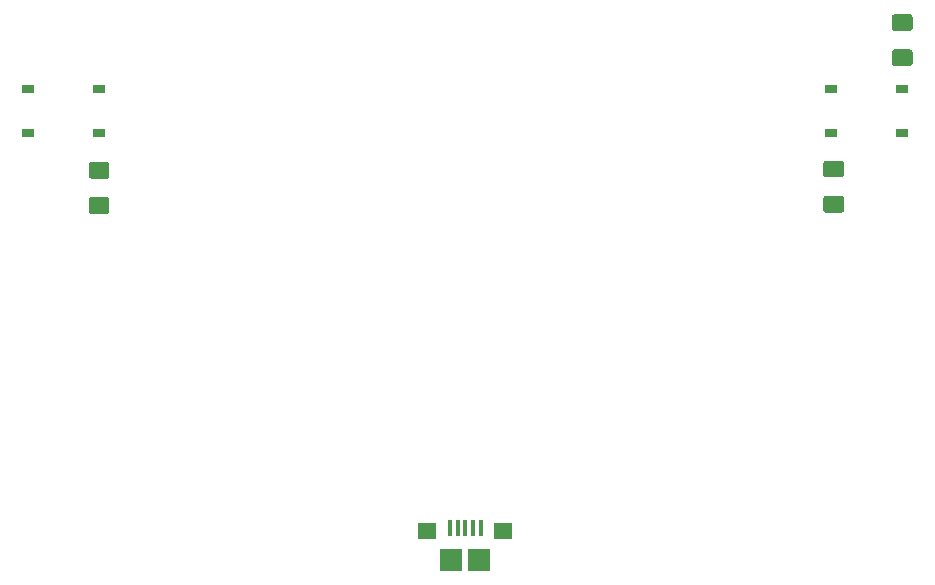
<source format=gbp>
G04 #@! TF.GenerationSoftware,KiCad,Pcbnew,(5.1.5)-3*
G04 #@! TF.CreationDate,2020-02-24T13:55:18+01:00*
G04 #@! TF.ProjectId,Badge,42616467-652e-46b6-9963-61645f706362,rev?*
G04 #@! TF.SameCoordinates,PX3473bc0PY3567e00*
G04 #@! TF.FileFunction,Paste,Bot*
G04 #@! TF.FilePolarity,Positive*
%FSLAX46Y46*%
G04 Gerber Fmt 4.6, Leading zero omitted, Abs format (unit mm)*
G04 Created by KiCad (PCBNEW (5.1.5)-3) date 2020-02-24 13:55:18*
%MOMM*%
%LPD*%
G04 APERTURE LIST*
%ADD10R,1.000000X0.700000*%
%ADD11R,1.900000X1.900000*%
%ADD12R,1.600000X1.400000*%
%ADD13R,0.400000X1.350000*%
%ADD14C,0.100000*%
G04 APERTURE END LIST*
D10*
X37000000Y1850000D03*
X31000000Y1850000D03*
X37000000Y-1850000D03*
X31000000Y-1850000D03*
X-31000000Y1850000D03*
X-37000000Y1850000D03*
X-31000000Y-1850000D03*
X-37000000Y-1850000D03*
D11*
X-1200000Y-38000000D03*
X1200000Y-38000000D03*
D12*
X-3200000Y-35550000D03*
X3200000Y-35550000D03*
D13*
X1300000Y-35325000D03*
X650000Y-35325000D03*
X-1300000Y-35325000D03*
X-650000Y-35325000D03*
X0Y-35325000D03*
D14*
G36*
X37649504Y5223796D02*
G01*
X37673773Y5220196D01*
X37697571Y5214235D01*
X37720671Y5205970D01*
X37742849Y5195480D01*
X37763893Y5182867D01*
X37783598Y5168253D01*
X37801777Y5151777D01*
X37818253Y5133598D01*
X37832867Y5113893D01*
X37845480Y5092849D01*
X37855970Y5070671D01*
X37864235Y5047571D01*
X37870196Y5023773D01*
X37873796Y4999504D01*
X37875000Y4975000D01*
X37875000Y4050000D01*
X37873796Y4025496D01*
X37870196Y4001227D01*
X37864235Y3977429D01*
X37855970Y3954329D01*
X37845480Y3932151D01*
X37832867Y3911107D01*
X37818253Y3891402D01*
X37801777Y3873223D01*
X37783598Y3856747D01*
X37763893Y3842133D01*
X37742849Y3829520D01*
X37720671Y3819030D01*
X37697571Y3810765D01*
X37673773Y3804804D01*
X37649504Y3801204D01*
X37625000Y3800000D01*
X36375000Y3800000D01*
X36350496Y3801204D01*
X36326227Y3804804D01*
X36302429Y3810765D01*
X36279329Y3819030D01*
X36257151Y3829520D01*
X36236107Y3842133D01*
X36216402Y3856747D01*
X36198223Y3873223D01*
X36181747Y3891402D01*
X36167133Y3911107D01*
X36154520Y3932151D01*
X36144030Y3954329D01*
X36135765Y3977429D01*
X36129804Y4001227D01*
X36126204Y4025496D01*
X36125000Y4050000D01*
X36125000Y4975000D01*
X36126204Y4999504D01*
X36129804Y5023773D01*
X36135765Y5047571D01*
X36144030Y5070671D01*
X36154520Y5092849D01*
X36167133Y5113893D01*
X36181747Y5133598D01*
X36198223Y5151777D01*
X36216402Y5168253D01*
X36236107Y5182867D01*
X36257151Y5195480D01*
X36279329Y5205970D01*
X36302429Y5214235D01*
X36326227Y5220196D01*
X36350496Y5223796D01*
X36375000Y5225000D01*
X37625000Y5225000D01*
X37649504Y5223796D01*
G37*
G36*
X37649504Y8198796D02*
G01*
X37673773Y8195196D01*
X37697571Y8189235D01*
X37720671Y8180970D01*
X37742849Y8170480D01*
X37763893Y8157867D01*
X37783598Y8143253D01*
X37801777Y8126777D01*
X37818253Y8108598D01*
X37832867Y8088893D01*
X37845480Y8067849D01*
X37855970Y8045671D01*
X37864235Y8022571D01*
X37870196Y7998773D01*
X37873796Y7974504D01*
X37875000Y7950000D01*
X37875000Y7025000D01*
X37873796Y7000496D01*
X37870196Y6976227D01*
X37864235Y6952429D01*
X37855970Y6929329D01*
X37845480Y6907151D01*
X37832867Y6886107D01*
X37818253Y6866402D01*
X37801777Y6848223D01*
X37783598Y6831747D01*
X37763893Y6817133D01*
X37742849Y6804520D01*
X37720671Y6794030D01*
X37697571Y6785765D01*
X37673773Y6779804D01*
X37649504Y6776204D01*
X37625000Y6775000D01*
X36375000Y6775000D01*
X36350496Y6776204D01*
X36326227Y6779804D01*
X36302429Y6785765D01*
X36279329Y6794030D01*
X36257151Y6804520D01*
X36236107Y6817133D01*
X36216402Y6831747D01*
X36198223Y6848223D01*
X36181747Y6866402D01*
X36167133Y6886107D01*
X36154520Y6907151D01*
X36144030Y6929329D01*
X36135765Y6952429D01*
X36129804Y6976227D01*
X36126204Y7000496D01*
X36125000Y7025000D01*
X36125000Y7950000D01*
X36126204Y7974504D01*
X36129804Y7998773D01*
X36135765Y8022571D01*
X36144030Y8045671D01*
X36154520Y8067849D01*
X36167133Y8088893D01*
X36181747Y8108598D01*
X36198223Y8126777D01*
X36216402Y8143253D01*
X36236107Y8157867D01*
X36257151Y8170480D01*
X36279329Y8180970D01*
X36302429Y8189235D01*
X36326227Y8195196D01*
X36350496Y8198796D01*
X36375000Y8200000D01*
X37625000Y8200000D01*
X37649504Y8198796D01*
G37*
G36*
X31849504Y-7176204D02*
G01*
X31873773Y-7179804D01*
X31897571Y-7185765D01*
X31920671Y-7194030D01*
X31942849Y-7204520D01*
X31963893Y-7217133D01*
X31983598Y-7231747D01*
X32001777Y-7248223D01*
X32018253Y-7266402D01*
X32032867Y-7286107D01*
X32045480Y-7307151D01*
X32055970Y-7329329D01*
X32064235Y-7352429D01*
X32070196Y-7376227D01*
X32073796Y-7400496D01*
X32075000Y-7425000D01*
X32075000Y-8350000D01*
X32073796Y-8374504D01*
X32070196Y-8398773D01*
X32064235Y-8422571D01*
X32055970Y-8445671D01*
X32045480Y-8467849D01*
X32032867Y-8488893D01*
X32018253Y-8508598D01*
X32001777Y-8526777D01*
X31983598Y-8543253D01*
X31963893Y-8557867D01*
X31942849Y-8570480D01*
X31920671Y-8580970D01*
X31897571Y-8589235D01*
X31873773Y-8595196D01*
X31849504Y-8598796D01*
X31825000Y-8600000D01*
X30575000Y-8600000D01*
X30550496Y-8598796D01*
X30526227Y-8595196D01*
X30502429Y-8589235D01*
X30479329Y-8580970D01*
X30457151Y-8570480D01*
X30436107Y-8557867D01*
X30416402Y-8543253D01*
X30398223Y-8526777D01*
X30381747Y-8508598D01*
X30367133Y-8488893D01*
X30354520Y-8467849D01*
X30344030Y-8445671D01*
X30335765Y-8422571D01*
X30329804Y-8398773D01*
X30326204Y-8374504D01*
X30325000Y-8350000D01*
X30325000Y-7425000D01*
X30326204Y-7400496D01*
X30329804Y-7376227D01*
X30335765Y-7352429D01*
X30344030Y-7329329D01*
X30354520Y-7307151D01*
X30367133Y-7286107D01*
X30381747Y-7266402D01*
X30398223Y-7248223D01*
X30416402Y-7231747D01*
X30436107Y-7217133D01*
X30457151Y-7204520D01*
X30479329Y-7194030D01*
X30502429Y-7185765D01*
X30526227Y-7179804D01*
X30550496Y-7176204D01*
X30575000Y-7175000D01*
X31825000Y-7175000D01*
X31849504Y-7176204D01*
G37*
G36*
X31849504Y-4201204D02*
G01*
X31873773Y-4204804D01*
X31897571Y-4210765D01*
X31920671Y-4219030D01*
X31942849Y-4229520D01*
X31963893Y-4242133D01*
X31983598Y-4256747D01*
X32001777Y-4273223D01*
X32018253Y-4291402D01*
X32032867Y-4311107D01*
X32045480Y-4332151D01*
X32055970Y-4354329D01*
X32064235Y-4377429D01*
X32070196Y-4401227D01*
X32073796Y-4425496D01*
X32075000Y-4450000D01*
X32075000Y-5375000D01*
X32073796Y-5399504D01*
X32070196Y-5423773D01*
X32064235Y-5447571D01*
X32055970Y-5470671D01*
X32045480Y-5492849D01*
X32032867Y-5513893D01*
X32018253Y-5533598D01*
X32001777Y-5551777D01*
X31983598Y-5568253D01*
X31963893Y-5582867D01*
X31942849Y-5595480D01*
X31920671Y-5605970D01*
X31897571Y-5614235D01*
X31873773Y-5620196D01*
X31849504Y-5623796D01*
X31825000Y-5625000D01*
X30575000Y-5625000D01*
X30550496Y-5623796D01*
X30526227Y-5620196D01*
X30502429Y-5614235D01*
X30479329Y-5605970D01*
X30457151Y-5595480D01*
X30436107Y-5582867D01*
X30416402Y-5568253D01*
X30398223Y-5551777D01*
X30381747Y-5533598D01*
X30367133Y-5513893D01*
X30354520Y-5492849D01*
X30344030Y-5470671D01*
X30335765Y-5447571D01*
X30329804Y-5423773D01*
X30326204Y-5399504D01*
X30325000Y-5375000D01*
X30325000Y-4450000D01*
X30326204Y-4425496D01*
X30329804Y-4401227D01*
X30335765Y-4377429D01*
X30344030Y-4354329D01*
X30354520Y-4332151D01*
X30367133Y-4311107D01*
X30381747Y-4291402D01*
X30398223Y-4273223D01*
X30416402Y-4256747D01*
X30436107Y-4242133D01*
X30457151Y-4229520D01*
X30479329Y-4219030D01*
X30502429Y-4210765D01*
X30526227Y-4204804D01*
X30550496Y-4201204D01*
X30575000Y-4200000D01*
X31825000Y-4200000D01*
X31849504Y-4201204D01*
G37*
G36*
X-30350496Y-4301204D02*
G01*
X-30326227Y-4304804D01*
X-30302429Y-4310765D01*
X-30279329Y-4319030D01*
X-30257151Y-4329520D01*
X-30236107Y-4342133D01*
X-30216402Y-4356747D01*
X-30198223Y-4373223D01*
X-30181747Y-4391402D01*
X-30167133Y-4411107D01*
X-30154520Y-4432151D01*
X-30144030Y-4454329D01*
X-30135765Y-4477429D01*
X-30129804Y-4501227D01*
X-30126204Y-4525496D01*
X-30125000Y-4550000D01*
X-30125000Y-5475000D01*
X-30126204Y-5499504D01*
X-30129804Y-5523773D01*
X-30135765Y-5547571D01*
X-30144030Y-5570671D01*
X-30154520Y-5592849D01*
X-30167133Y-5613893D01*
X-30181747Y-5633598D01*
X-30198223Y-5651777D01*
X-30216402Y-5668253D01*
X-30236107Y-5682867D01*
X-30257151Y-5695480D01*
X-30279329Y-5705970D01*
X-30302429Y-5714235D01*
X-30326227Y-5720196D01*
X-30350496Y-5723796D01*
X-30375000Y-5725000D01*
X-31625000Y-5725000D01*
X-31649504Y-5723796D01*
X-31673773Y-5720196D01*
X-31697571Y-5714235D01*
X-31720671Y-5705970D01*
X-31742849Y-5695480D01*
X-31763893Y-5682867D01*
X-31783598Y-5668253D01*
X-31801777Y-5651777D01*
X-31818253Y-5633598D01*
X-31832867Y-5613893D01*
X-31845480Y-5592849D01*
X-31855970Y-5570671D01*
X-31864235Y-5547571D01*
X-31870196Y-5523773D01*
X-31873796Y-5499504D01*
X-31875000Y-5475000D01*
X-31875000Y-4550000D01*
X-31873796Y-4525496D01*
X-31870196Y-4501227D01*
X-31864235Y-4477429D01*
X-31855970Y-4454329D01*
X-31845480Y-4432151D01*
X-31832867Y-4411107D01*
X-31818253Y-4391402D01*
X-31801777Y-4373223D01*
X-31783598Y-4356747D01*
X-31763893Y-4342133D01*
X-31742849Y-4329520D01*
X-31720671Y-4319030D01*
X-31697571Y-4310765D01*
X-31673773Y-4304804D01*
X-31649504Y-4301204D01*
X-31625000Y-4300000D01*
X-30375000Y-4300000D01*
X-30350496Y-4301204D01*
G37*
G36*
X-30350496Y-7276204D02*
G01*
X-30326227Y-7279804D01*
X-30302429Y-7285765D01*
X-30279329Y-7294030D01*
X-30257151Y-7304520D01*
X-30236107Y-7317133D01*
X-30216402Y-7331747D01*
X-30198223Y-7348223D01*
X-30181747Y-7366402D01*
X-30167133Y-7386107D01*
X-30154520Y-7407151D01*
X-30144030Y-7429329D01*
X-30135765Y-7452429D01*
X-30129804Y-7476227D01*
X-30126204Y-7500496D01*
X-30125000Y-7525000D01*
X-30125000Y-8450000D01*
X-30126204Y-8474504D01*
X-30129804Y-8498773D01*
X-30135765Y-8522571D01*
X-30144030Y-8545671D01*
X-30154520Y-8567849D01*
X-30167133Y-8588893D01*
X-30181747Y-8608598D01*
X-30198223Y-8626777D01*
X-30216402Y-8643253D01*
X-30236107Y-8657867D01*
X-30257151Y-8670480D01*
X-30279329Y-8680970D01*
X-30302429Y-8689235D01*
X-30326227Y-8695196D01*
X-30350496Y-8698796D01*
X-30375000Y-8700000D01*
X-31625000Y-8700000D01*
X-31649504Y-8698796D01*
X-31673773Y-8695196D01*
X-31697571Y-8689235D01*
X-31720671Y-8680970D01*
X-31742849Y-8670480D01*
X-31763893Y-8657867D01*
X-31783598Y-8643253D01*
X-31801777Y-8626777D01*
X-31818253Y-8608598D01*
X-31832867Y-8588893D01*
X-31845480Y-8567849D01*
X-31855970Y-8545671D01*
X-31864235Y-8522571D01*
X-31870196Y-8498773D01*
X-31873796Y-8474504D01*
X-31875000Y-8450000D01*
X-31875000Y-7525000D01*
X-31873796Y-7500496D01*
X-31870196Y-7476227D01*
X-31864235Y-7452429D01*
X-31855970Y-7429329D01*
X-31845480Y-7407151D01*
X-31832867Y-7386107D01*
X-31818253Y-7366402D01*
X-31801777Y-7348223D01*
X-31783598Y-7331747D01*
X-31763893Y-7317133D01*
X-31742849Y-7304520D01*
X-31720671Y-7294030D01*
X-31697571Y-7285765D01*
X-31673773Y-7279804D01*
X-31649504Y-7276204D01*
X-31625000Y-7275000D01*
X-30375000Y-7275000D01*
X-30350496Y-7276204D01*
G37*
M02*

</source>
